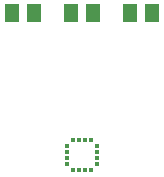
<source format=gtp>
G04 (created by PCBNEW (2013-07-07 BZR 4022)-stable) date 8/5/2015 3:42:45 PM*
%MOIN*%
G04 Gerber Fmt 3.4, Leading zero omitted, Abs format*
%FSLAX34Y34*%
G01*
G70*
G90*
G04 APERTURE LIST*
%ADD10C,0.00590551*%
%ADD11R,0.0177165X0.011811*%
%ADD12R,0.011811X0.0177165*%
%ADD13R,0.0512X0.059*%
G04 APERTURE END LIST*
G54D10*
G54D11*
X78238Y-58759D03*
X78238Y-58956D03*
X78238Y-59153D03*
X78238Y-59350D03*
G54D12*
X78444Y-59557D03*
X78641Y-59557D03*
X78838Y-59557D03*
X79035Y-59557D03*
G54D11*
X79242Y-59350D03*
X79242Y-59153D03*
X79242Y-58956D03*
X79242Y-58759D03*
G54D12*
X79035Y-58553D03*
X78838Y-58553D03*
X78641Y-58553D03*
X78444Y-58553D03*
G54D13*
X76396Y-54330D03*
X77146Y-54330D03*
X81083Y-54330D03*
X80333Y-54330D03*
X79115Y-54330D03*
X78365Y-54330D03*
M02*

</source>
